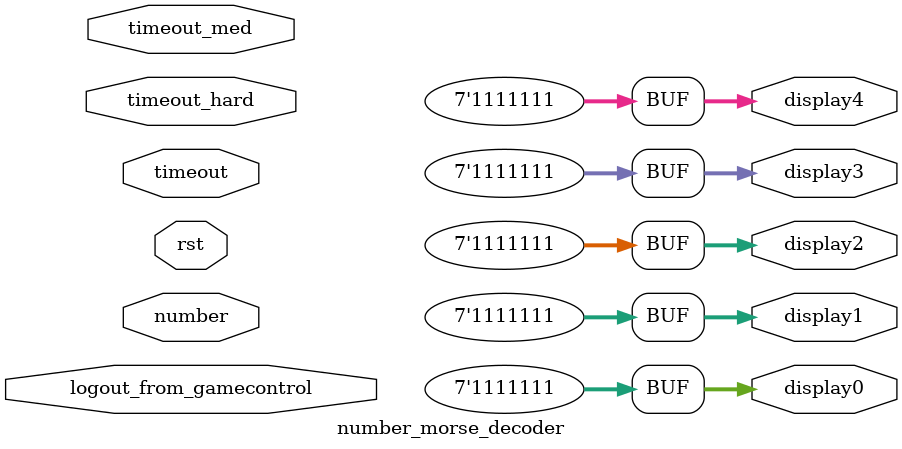
<source format=v>
module number_morse_decoder(number, logout_from_gamecontrol, timeout, timeout_med, timeout_hard, rst, display0, display1, display2, display3, display4); 
   input [3:0] number;
   input logout_from_gamecontrol, timeout, timeout_med, timeout_hard, rst; 
   output [6:0] display0 = 7'b1111111; 
   output [6:0] display1 = 7'b1111111; 
   output [6:0] display2 = 7'b1111111; 
   output [6:0] display3 = 7'b1111111; 
   output [6:0] display4 = 7'b1111111;  
   reg [6:0] display0; 
   reg [6:0] display1; 
   reg [6:0] display2; 
   reg [6:0] display3; 
   reg [6:0] display4;


always @ (number, logout_from_gamecontrol, timeout, timeout_med, timeout_hard, rst) begin 
      if (rst == 1'b0 || timeout == 1'b1 || timeout_med == 1'b1 || timeout_hard == 1'b1) begin 
         display0 = 7'b1111111;
         display1 = 7'b1111111;
         display2 = 7'b1111111;
         display3 = 7'b1111111;
         display4 = 7'b1111111;
      end
      else begin
         case (number)
            4'b0000: begin //0
               display0 = 7'b1110111; display1 = 7'b1110111; display2 = 7'b1110111; display3 = 7'b1110111; display4 = 7'b1110111;
            end
            4'b0001: begin //1
               display0 = 7'b1110111; display1 = 7'b1110111; display2 = 7'b1110111; display3 = 7'b1110111; display4 = 7'b0100011;
            end
            4'b0010: begin //2
               display0 = 7'b1110111; display1 = 7'b1110111; display2 = 7'b1110111; display3 = 7'b0100011; display4 = 7'b0100011;
            end
            4'b0011: begin //3
               display0 = 7'b1110111; display1 = 7'b1110111; display2 = 7'b0100011; display3 = 7'b0100011; display4 = 7'b0100011;
            end
            4'b0100: begin //4
               display0 = 7'b1110111; display1 = 7'b0100011; display2 = 7'b0100011; display3 = 7'b0100011; display4 = 7'b0100011;
            end
            4'b0101: begin //5
               display0 = 7'b0100011; display1 = 7'b0100011; display2 = 7'b0100011; display3 = 7'b0100011; display4 = 7'b0100011;
            end
            4'b0110: begin //6
               display0 = 7'b0100011; display1 = 7'b0100011; display2 = 7'b0100011; display3 = 7'b0100011; display4 = 7'b1110111;
            end
            4'b0111: begin //7
               display0 = 7'b0100011; display1 = 7'b0100011; display2 = 7'b0100011; display3 = 7'b1110111; display4 = 7'b1110111;
            end
            4'b1000: begin //8
               display0 = 7'b0100011; display1 = 7'b0100011; display2 = 7'b1110111; display3 = 7'b1110111; display4 = 7'b1110111;
            end
            4'b1001: begin //9
               display0 = 7'b0100011; display1 = 7'b1110111; display2 = 7'b1110111; display3 = 7'b1110111; display4 = 7'b1110111;
            end
            4'b1010: begin //A
               display0 = 7'b1111111; display1 = 7'b1111111; display2 = 7'b1111111; display3 = 7'b1110111; display4 = 7'b0100011; 
            end
            4'b1011: begin //B
               display0 = 7'b1111111; display1 = 7'b0100011; display2 = 7'b0100011; display3 = 7'b0100011; display4 = 7'b1110111;
            end
            4'b1100: begin //C
               display0 = 7'b1111111; display1 = 7'b0100011; display2 = 7'b1110111; display3 = 7'b0100011; display4 = 7'b1110111;
            end
            4'b1101: begin //D
               display0 = 7'b1111111; display1 = 7'b1111111; display2 = 7'b0100011; display3 = 7'b0100011; display4 = 7'b1110111;
            end
            4'b1110: begin //E
               display0 = 7'b1111111; display1 = 7'b1111111; display2 = 7'b1111111; display3 = 7'b1111111; display4 = 7'b0100011;
            end
            4'b1111: begin //F
               display0 = 7'b1111111; display1 = 7'b1111111; display2 = 7'b1111111; display3 = 7'b1111111; display4 = 7'b1111111;
            end
            default: begin
               display0 = 7'b1111111; display1 = 7'b1111111; display2 = 7'b1111111; display3 = 7'b1111111; display4 = 7'b1111111;
            end
         endcase
      end
   end
endmodule 

</source>
